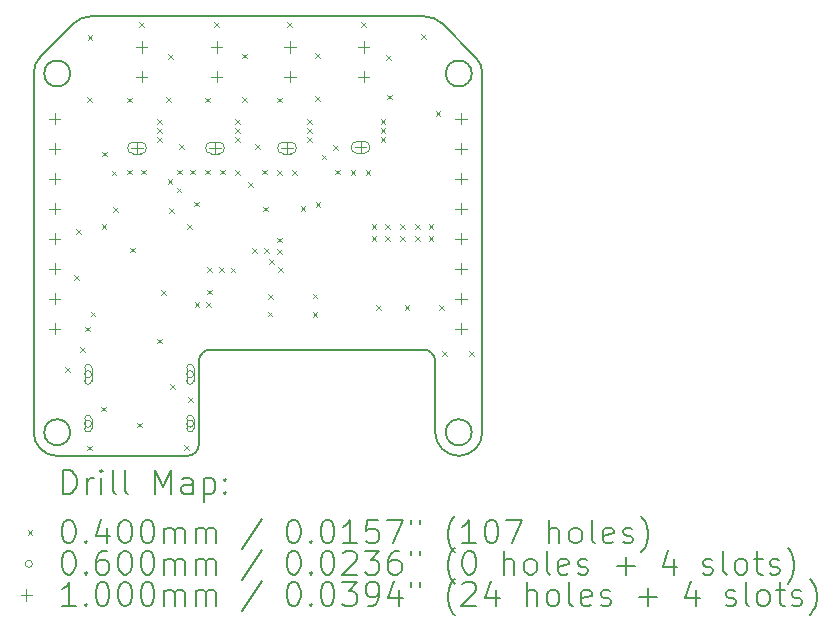
<source format=gbr>
%TF.GenerationSoftware,KiCad,Pcbnew,7.0.11*%
%TF.CreationDate,2025-01-20T01:41:05+09:00*%
%TF.ProjectId,MD,4d442e6b-6963-4616-945f-706362585858,rev?*%
%TF.SameCoordinates,Original*%
%TF.FileFunction,Drillmap*%
%TF.FilePolarity,Positive*%
%FSLAX45Y45*%
G04 Gerber Fmt 4.5, Leading zero omitted, Abs format (unit mm)*
G04 Created by KiCad (PCBNEW 7.0.11) date 2025-01-20 01:41:05*
%MOMM*%
%LPD*%
G01*
G04 APERTURE LIST*
%ADD10C,0.200000*%
%ADD11C,0.100000*%
G04 APERTURE END LIST*
D10*
X14835000Y-9195260D02*
G75*
G03*
X14735000Y-9295258I0J-100000D01*
G01*
X16652157Y-6375157D02*
X13817843Y-6375157D01*
X17045000Y-9895258D02*
G75*
G03*
X16825000Y-9895258I-110000J0D01*
G01*
X16825000Y-9895258D02*
G75*
G03*
X17045000Y-9895258I110000J0D01*
G01*
X13535000Y-10095258D02*
X14635000Y-10095258D01*
X14835000Y-9195258D02*
X16635000Y-9195258D01*
X17135000Y-6858000D02*
G75*
G03*
X17076421Y-6716579I-200000J0D01*
G01*
X14635000Y-10095260D02*
G75*
G03*
X14735000Y-9995258I0J100000D01*
G01*
X17135000Y-9895258D02*
X17135000Y-6858000D01*
X17076421Y-6716579D02*
X16793579Y-6433736D01*
X16735000Y-9295258D02*
X16735000Y-9895176D01*
X16735002Y-9295258D02*
G75*
G03*
X16635000Y-9195258I-100002J-2D01*
G01*
X13335002Y-9895258D02*
G75*
G03*
X13535000Y-10095258I199998J-2D01*
G01*
X13645000Y-6858000D02*
G75*
G03*
X13425000Y-6858000I-110000J0D01*
G01*
X13425000Y-6858000D02*
G75*
G03*
X13645000Y-6858000I110000J0D01*
G01*
X13335000Y-6858000D02*
X13335000Y-9895258D01*
X16935000Y-10095260D02*
G75*
G03*
X17135000Y-9895258I0J200000D01*
G01*
X17045000Y-6858000D02*
G75*
G03*
X16825000Y-6858000I-110000J0D01*
G01*
X16825000Y-6858000D02*
G75*
G03*
X17045000Y-6858000I110000J0D01*
G01*
X13645000Y-9895258D02*
G75*
G03*
X13425000Y-9895258I-110000J0D01*
G01*
X13425000Y-9895258D02*
G75*
G03*
X13645000Y-9895258I110000J0D01*
G01*
X14735000Y-9995258D02*
X14735000Y-9295258D01*
X16735002Y-9895176D02*
G75*
G03*
X16935000Y-10095258I199998J-84D01*
G01*
X13817843Y-6375160D02*
G75*
G03*
X13676421Y-6433736I-3J-200000D01*
G01*
X13393579Y-6716579D02*
G75*
G03*
X13335000Y-6858000I141421J-141421D01*
G01*
X13676421Y-6433736D02*
X13393579Y-6716579D01*
X16793581Y-6433734D02*
G75*
G03*
X16652157Y-6375157I-141421J-141426D01*
G01*
D11*
X13604560Y-9342440D02*
X13644560Y-9382440D01*
X13644560Y-9342440D02*
X13604560Y-9382440D01*
X13680760Y-8565200D02*
X13720760Y-8605200D01*
X13720760Y-8565200D02*
X13680760Y-8605200D01*
X13696000Y-8174040D02*
X13736000Y-8214040D01*
X13736000Y-8174040D02*
X13696000Y-8214040D01*
X13731560Y-9174800D02*
X13771560Y-9214800D01*
X13771560Y-9174800D02*
X13731560Y-9214800D01*
X13772200Y-9002080D02*
X13812200Y-9042080D01*
X13812200Y-9002080D02*
X13772200Y-9042080D01*
X13787440Y-7056440D02*
X13827440Y-7096440D01*
X13827440Y-7056440D02*
X13787440Y-7096440D01*
X13787440Y-10007920D02*
X13827440Y-10047920D01*
X13827440Y-10007920D02*
X13787440Y-10047920D01*
X13792520Y-6533200D02*
X13832520Y-6573200D01*
X13832520Y-6533200D02*
X13792520Y-6573200D01*
X13817920Y-8875080D02*
X13857920Y-8915080D01*
X13857920Y-8875080D02*
X13817920Y-8915080D01*
X13904280Y-9677720D02*
X13944280Y-9717720D01*
X13944280Y-9677720D02*
X13904280Y-9717720D01*
X13911900Y-8133400D02*
X13951900Y-8173400D01*
X13951900Y-8133400D02*
X13911900Y-8173400D01*
X13914440Y-7518720D02*
X13954440Y-7558720D01*
X13954440Y-7518720D02*
X13914440Y-7558720D01*
X13995720Y-7681280D02*
X14035720Y-7721280D01*
X14035720Y-7681280D02*
X13995720Y-7721280D01*
X14009925Y-7987500D02*
X14049925Y-8027500D01*
X14049925Y-7987500D02*
X14009925Y-8027500D01*
X14127800Y-7061520D02*
X14167800Y-7101520D01*
X14167800Y-7061520D02*
X14127800Y-7101520D01*
X14127800Y-7672650D02*
X14167800Y-7712650D01*
X14167800Y-7672650D02*
X14127800Y-7712650D01*
X14153200Y-8331520D02*
X14193200Y-8371520D01*
X14193200Y-8331520D02*
X14153200Y-8371520D01*
X14209080Y-9814880D02*
X14249080Y-9854880D01*
X14249080Y-9814880D02*
X14209080Y-9854880D01*
X14229400Y-6421440D02*
X14269400Y-6461440D01*
X14269400Y-6421440D02*
X14229400Y-6461440D01*
X14244640Y-7672650D02*
X14284640Y-7712650D01*
X14284640Y-7672650D02*
X14244640Y-7712650D01*
X14381800Y-7244400D02*
X14421800Y-7284400D01*
X14421800Y-7244400D02*
X14381800Y-7284400D01*
X14381800Y-7320600D02*
X14421800Y-7360600D01*
X14421800Y-7320600D02*
X14381800Y-7360600D01*
X14381800Y-7396800D02*
X14421800Y-7436800D01*
X14421800Y-7396800D02*
X14381800Y-7436800D01*
X14381800Y-9103680D02*
X14421800Y-9143680D01*
X14421800Y-9103680D02*
X14381800Y-9143680D01*
X14412280Y-8692200D02*
X14452280Y-8732200D01*
X14452280Y-8692200D02*
X14412280Y-8732200D01*
X14458000Y-7056440D02*
X14498000Y-7096440D01*
X14498000Y-7056440D02*
X14458000Y-7096440D01*
X14470700Y-7752400D02*
X14510700Y-7792400D01*
X14510700Y-7752400D02*
X14470700Y-7792400D01*
X14473240Y-6695760D02*
X14513240Y-6735760D01*
X14513240Y-6695760D02*
X14473240Y-6735760D01*
X14481921Y-8000236D02*
X14521921Y-8040236D01*
X14521921Y-8000236D02*
X14481921Y-8040236D01*
X14493560Y-9489760D02*
X14533560Y-9529760D01*
X14533560Y-9489760D02*
X14493560Y-9529760D01*
X14546900Y-7825500D02*
X14586900Y-7865500D01*
X14586900Y-7825500D02*
X14546900Y-7865500D01*
X14548438Y-7673060D02*
X14588438Y-7713060D01*
X14588438Y-7673060D02*
X14548438Y-7713060D01*
X14569760Y-7457760D02*
X14609760Y-7497760D01*
X14609760Y-7457760D02*
X14569760Y-7497760D01*
X14610400Y-10002840D02*
X14650400Y-10042840D01*
X14650400Y-10002840D02*
X14610400Y-10042840D01*
X14635800Y-8133400D02*
X14675800Y-8173400D01*
X14675800Y-8133400D02*
X14635800Y-8173400D01*
X14640880Y-9596440D02*
X14680880Y-9636440D01*
X14680880Y-9596440D02*
X14640880Y-9636440D01*
X14661200Y-7671120D02*
X14701200Y-7711120D01*
X14701200Y-7671120D02*
X14661200Y-7711120D01*
X14691680Y-7943900D02*
X14731680Y-7983900D01*
X14731680Y-7943900D02*
X14691680Y-7983900D01*
X14699174Y-8796300D02*
X14739174Y-8836300D01*
X14739174Y-8796300D02*
X14699174Y-8836300D01*
X14788200Y-7061520D02*
X14828200Y-7101520D01*
X14828200Y-7061520D02*
X14788200Y-7101520D01*
X14788200Y-7672650D02*
X14828200Y-7712650D01*
X14828200Y-7672650D02*
X14788200Y-7712650D01*
X14799174Y-8796300D02*
X14839174Y-8836300D01*
X14839174Y-8796300D02*
X14799174Y-8836300D01*
X14802476Y-8687900D02*
X14842476Y-8727900D01*
X14842476Y-8687900D02*
X14802476Y-8727900D01*
X14803615Y-8498800D02*
X14843615Y-8538800D01*
X14843615Y-8498800D02*
X14803615Y-8538800D01*
X14864400Y-6421440D02*
X14904400Y-6461440D01*
X14904400Y-6421440D02*
X14864400Y-6461440D01*
X14903616Y-8498800D02*
X14943616Y-8538800D01*
X14943616Y-8498800D02*
X14903616Y-8538800D01*
X14915200Y-7672650D02*
X14955200Y-7712650D01*
X14955200Y-7672650D02*
X14915200Y-7712650D01*
X15004100Y-8501700D02*
X15044100Y-8541700D01*
X15044100Y-8501700D02*
X15004100Y-8541700D01*
X15042200Y-7244400D02*
X15082200Y-7284400D01*
X15082200Y-7244400D02*
X15042200Y-7284400D01*
X15042200Y-7320600D02*
X15082200Y-7360600D01*
X15082200Y-7320600D02*
X15042200Y-7360600D01*
X15042200Y-7396800D02*
X15082200Y-7436800D01*
X15082200Y-7396800D02*
X15042200Y-7436800D01*
X15042200Y-7676200D02*
X15082200Y-7716200D01*
X15082200Y-7676200D02*
X15042200Y-7716200D01*
X15098080Y-6690680D02*
X15138080Y-6730680D01*
X15138080Y-6690680D02*
X15098080Y-6730680D01*
X15098080Y-7056440D02*
X15138080Y-7096440D01*
X15138080Y-7056440D02*
X15098080Y-7096440D01*
X15153960Y-7777800D02*
X15193960Y-7817800D01*
X15193960Y-7777800D02*
X15153960Y-7817800D01*
X15188722Y-8338800D02*
X15228722Y-8378800D01*
X15228722Y-8338800D02*
X15188722Y-8378800D01*
X15209840Y-7457760D02*
X15249840Y-7497760D01*
X15249840Y-7457760D02*
X15209840Y-7497760D01*
X15270800Y-7671120D02*
X15310800Y-7711120D01*
X15310800Y-7671120D02*
X15270800Y-7711120D01*
X15280960Y-7986080D02*
X15320960Y-8026080D01*
X15320960Y-7986080D02*
X15280960Y-8026080D01*
X15288722Y-8338800D02*
X15328722Y-8378800D01*
X15328722Y-8338800D02*
X15288722Y-8378800D01*
X15316520Y-8875080D02*
X15356520Y-8915080D01*
X15356520Y-8875080D02*
X15316520Y-8915080D01*
X15321600Y-8727760D02*
X15361600Y-8767760D01*
X15361600Y-8727760D02*
X15321600Y-8767760D01*
X15332556Y-8428681D02*
X15372556Y-8468681D01*
X15372556Y-8428681D02*
X15332556Y-8468681D01*
X15397800Y-7061520D02*
X15437800Y-7101520D01*
X15437800Y-7061520D02*
X15397800Y-7101520D01*
X15397800Y-7676200D02*
X15437800Y-7716200D01*
X15437800Y-7676200D02*
X15397800Y-7716200D01*
X15397800Y-8247700D02*
X15437800Y-8287700D01*
X15437800Y-8247700D02*
X15397800Y-8287700D01*
X15397800Y-8347700D02*
X15437800Y-8387700D01*
X15437800Y-8347700D02*
X15397800Y-8387700D01*
X15407361Y-8494900D02*
X15447361Y-8534900D01*
X15447361Y-8494900D02*
X15407361Y-8534900D01*
X15484160Y-6421440D02*
X15524160Y-6461440D01*
X15524160Y-6421440D02*
X15484160Y-6461440D01*
X15524800Y-7676200D02*
X15564800Y-7716200D01*
X15564800Y-7676200D02*
X15524800Y-7716200D01*
X15595920Y-7981000D02*
X15635920Y-8021000D01*
X15635920Y-7981000D02*
X15595920Y-8021000D01*
X15651800Y-7244400D02*
X15691800Y-7284400D01*
X15691800Y-7244400D02*
X15651800Y-7284400D01*
X15651800Y-7320600D02*
X15691800Y-7360600D01*
X15691800Y-7320600D02*
X15651800Y-7360600D01*
X15651800Y-7396800D02*
X15691800Y-7436800D01*
X15691800Y-7396800D02*
X15651800Y-7436800D01*
X15697520Y-8722680D02*
X15737520Y-8762680D01*
X15737520Y-8722680D02*
X15697520Y-8762680D01*
X15697520Y-8880160D02*
X15737520Y-8920160D01*
X15737520Y-8880160D02*
X15697520Y-8920160D01*
X15717840Y-6685600D02*
X15757840Y-6725600D01*
X15757840Y-6685600D02*
X15717840Y-6725600D01*
X15717840Y-7051360D02*
X15757840Y-7091360D01*
X15757840Y-7051360D02*
X15717840Y-7091360D01*
X15722952Y-7949400D02*
X15762952Y-7989400D01*
X15762952Y-7949400D02*
X15722952Y-7989400D01*
X15773720Y-7544120D02*
X15813720Y-7584120D01*
X15813720Y-7544120D02*
X15773720Y-7584120D01*
X15870240Y-7462840D02*
X15910240Y-7502840D01*
X15910240Y-7462840D02*
X15870240Y-7502840D01*
X15890560Y-7671120D02*
X15930560Y-7711120D01*
X15930560Y-7671120D02*
X15890560Y-7711120D01*
X16020100Y-7676200D02*
X16060100Y-7716200D01*
X16060100Y-7676200D02*
X16020100Y-7716200D01*
X16109000Y-6421440D02*
X16149000Y-6461440D01*
X16149000Y-6421440D02*
X16109000Y-6461440D01*
X16147100Y-7676200D02*
X16187100Y-7716200D01*
X16187100Y-7676200D02*
X16147100Y-7716200D01*
X16197900Y-8133400D02*
X16237900Y-8173400D01*
X16237900Y-8133400D02*
X16197900Y-8173400D01*
X16197900Y-8235000D02*
X16237900Y-8275000D01*
X16237900Y-8235000D02*
X16197900Y-8275000D01*
X16236000Y-8819200D02*
X16276000Y-8859200D01*
X16276000Y-8819200D02*
X16236000Y-8859200D01*
X16274100Y-7244400D02*
X16314100Y-7284400D01*
X16314100Y-7244400D02*
X16274100Y-7284400D01*
X16274100Y-7320600D02*
X16314100Y-7360600D01*
X16314100Y-7320600D02*
X16274100Y-7360600D01*
X16274100Y-7396800D02*
X16314100Y-7436800D01*
X16314100Y-7396800D02*
X16274100Y-7436800D01*
X16312200Y-8133400D02*
X16352200Y-8173400D01*
X16352200Y-8133400D02*
X16312200Y-8173400D01*
X16312200Y-8235000D02*
X16352200Y-8275000D01*
X16352200Y-8235000D02*
X16312200Y-8275000D01*
X16317280Y-6700840D02*
X16357280Y-6740840D01*
X16357280Y-6700840D02*
X16317280Y-6740840D01*
X16327440Y-7036120D02*
X16367440Y-7076120D01*
X16367440Y-7036120D02*
X16327440Y-7076120D01*
X16439200Y-8133400D02*
X16479200Y-8173400D01*
X16479200Y-8133400D02*
X16439200Y-8173400D01*
X16439200Y-8235000D02*
X16479200Y-8275000D01*
X16479200Y-8235000D02*
X16439200Y-8275000D01*
X16477300Y-8819200D02*
X16517300Y-8859200D01*
X16517300Y-8819200D02*
X16477300Y-8859200D01*
X16566200Y-8133400D02*
X16606200Y-8173400D01*
X16606200Y-8133400D02*
X16566200Y-8173400D01*
X16566200Y-8235000D02*
X16606200Y-8275000D01*
X16606200Y-8235000D02*
X16566200Y-8275000D01*
X16617000Y-6523040D02*
X16657000Y-6563040D01*
X16657000Y-6523040D02*
X16617000Y-6563040D01*
X16680500Y-8133400D02*
X16720500Y-8173400D01*
X16720500Y-8133400D02*
X16680500Y-8173400D01*
X16680500Y-8235000D02*
X16720500Y-8275000D01*
X16720500Y-8235000D02*
X16680500Y-8275000D01*
X16738920Y-7178360D02*
X16778920Y-7218360D01*
X16778920Y-7178360D02*
X16738920Y-7218360D01*
X16769400Y-8819200D02*
X16809400Y-8859200D01*
X16809400Y-8819200D02*
X16769400Y-8859200D01*
X16794800Y-9210360D02*
X16834800Y-9250360D01*
X16834800Y-9210360D02*
X16794800Y-9250360D01*
X17023400Y-9210360D02*
X17063400Y-9250360D01*
X17063400Y-9210360D02*
X17023400Y-9250360D01*
X13826600Y-9404700D02*
G75*
G03*
X13766600Y-9404700I-30000J0D01*
G01*
X13766600Y-9404700D02*
G75*
G03*
X13826600Y-9404700I30000J0D01*
G01*
X13766600Y-9349700D02*
X13766600Y-9459700D01*
X13766600Y-9459700D02*
G75*
G03*
X13826600Y-9459700I30000J0D01*
G01*
X13826600Y-9459700D02*
X13826600Y-9349700D01*
X13826600Y-9349700D02*
G75*
G03*
X13766600Y-9349700I-30000J0D01*
G01*
X13826600Y-9822700D02*
G75*
G03*
X13766600Y-9822700I-30000J0D01*
G01*
X13766600Y-9822700D02*
G75*
G03*
X13826600Y-9822700I30000J0D01*
G01*
X13766600Y-9782700D02*
X13766600Y-9862700D01*
X13766600Y-9862700D02*
G75*
G03*
X13826600Y-9862700I30000J0D01*
G01*
X13826600Y-9862700D02*
X13826600Y-9782700D01*
X13826600Y-9782700D02*
G75*
G03*
X13766600Y-9782700I-30000J0D01*
G01*
X14690600Y-9404700D02*
G75*
G03*
X14630600Y-9404700I-30000J0D01*
G01*
X14630600Y-9404700D02*
G75*
G03*
X14690600Y-9404700I30000J0D01*
G01*
X14630600Y-9349700D02*
X14630600Y-9459700D01*
X14630600Y-9459700D02*
G75*
G03*
X14690600Y-9459700I30000J0D01*
G01*
X14690600Y-9459700D02*
X14690600Y-9349700D01*
X14690600Y-9349700D02*
G75*
G03*
X14630600Y-9349700I-30000J0D01*
G01*
X14690600Y-9822700D02*
G75*
G03*
X14630600Y-9822700I-30000J0D01*
G01*
X14630600Y-9822700D02*
G75*
G03*
X14690600Y-9822700I30000J0D01*
G01*
X14630600Y-9782700D02*
X14630600Y-9862700D01*
X14630600Y-9862700D02*
G75*
G03*
X14690600Y-9862700I30000J0D01*
G01*
X14690600Y-9862700D02*
X14690600Y-9782700D01*
X14690600Y-9782700D02*
G75*
G03*
X14630600Y-9782700I-30000J0D01*
G01*
X13512800Y-7189000D02*
X13512800Y-7289000D01*
X13462800Y-7239000D02*
X13562800Y-7239000D01*
X13512800Y-7443000D02*
X13512800Y-7543000D01*
X13462800Y-7493000D02*
X13562800Y-7493000D01*
X13512800Y-7697000D02*
X13512800Y-7797000D01*
X13462800Y-7747000D02*
X13562800Y-7747000D01*
X13512800Y-7951000D02*
X13512800Y-8051000D01*
X13462800Y-8001000D02*
X13562800Y-8001000D01*
X13512800Y-8205000D02*
X13512800Y-8305000D01*
X13462800Y-8255000D02*
X13562800Y-8255000D01*
X13512800Y-8459000D02*
X13512800Y-8559000D01*
X13462800Y-8509000D02*
X13562800Y-8509000D01*
X13512800Y-8713000D02*
X13512800Y-8813000D01*
X13462800Y-8763000D02*
X13562800Y-8763000D01*
X13512800Y-8967000D02*
X13512800Y-9067000D01*
X13462800Y-9017000D02*
X13562800Y-9017000D01*
X14211300Y-7437920D02*
X14211300Y-7537920D01*
X14161300Y-7487920D02*
X14261300Y-7487920D01*
X14181300Y-7537920D02*
X14241300Y-7537920D01*
X14241300Y-7537920D02*
G75*
G03*
X14241300Y-7437920I0J50000D01*
G01*
X14241300Y-7437920D02*
X14181300Y-7437920D01*
X14181300Y-7437920D02*
G75*
G03*
X14181300Y-7537920I0J-50000D01*
G01*
X14249400Y-6583400D02*
X14249400Y-6683400D01*
X14199400Y-6633400D02*
X14299400Y-6633400D01*
X14249400Y-6833400D02*
X14249400Y-6933400D01*
X14199400Y-6883400D02*
X14299400Y-6883400D01*
X14871700Y-7437920D02*
X14871700Y-7537920D01*
X14821700Y-7487920D02*
X14921700Y-7487920D01*
X14841700Y-7537920D02*
X14901700Y-7537920D01*
X14901700Y-7537920D02*
G75*
G03*
X14901700Y-7437920I0J50000D01*
G01*
X14901700Y-7437920D02*
X14841700Y-7437920D01*
X14841700Y-7437920D02*
G75*
G03*
X14841700Y-7537920I0J-50000D01*
G01*
X14884400Y-6583400D02*
X14884400Y-6683400D01*
X14834400Y-6633400D02*
X14934400Y-6633400D01*
X14884400Y-6833400D02*
X14884400Y-6933400D01*
X14834400Y-6883400D02*
X14934400Y-6883400D01*
X15481300Y-7437920D02*
X15481300Y-7537920D01*
X15431300Y-7487920D02*
X15531300Y-7487920D01*
X15451300Y-7537920D02*
X15511300Y-7537920D01*
X15511300Y-7537920D02*
G75*
G03*
X15511300Y-7437920I0J50000D01*
G01*
X15511300Y-7437920D02*
X15451300Y-7437920D01*
X15451300Y-7437920D02*
G75*
G03*
X15451300Y-7537920I0J-50000D01*
G01*
X15506700Y-6583400D02*
X15506700Y-6683400D01*
X15456700Y-6633400D02*
X15556700Y-6633400D01*
X15506700Y-6833400D02*
X15506700Y-6933400D01*
X15456700Y-6883400D02*
X15556700Y-6883400D01*
X16103600Y-7432840D02*
X16103600Y-7532840D01*
X16053600Y-7482840D02*
X16153600Y-7482840D01*
X16073600Y-7532840D02*
X16133600Y-7532840D01*
X16133600Y-7532840D02*
G75*
G03*
X16133600Y-7432840I0J50000D01*
G01*
X16133600Y-7432840D02*
X16073600Y-7432840D01*
X16073600Y-7432840D02*
G75*
G03*
X16073600Y-7532840I0J-50000D01*
G01*
X16129000Y-6583400D02*
X16129000Y-6683400D01*
X16079000Y-6633400D02*
X16179000Y-6633400D01*
X16129000Y-6833400D02*
X16129000Y-6933400D01*
X16079000Y-6883400D02*
X16179000Y-6883400D01*
X16957000Y-7189000D02*
X16957000Y-7289000D01*
X16907000Y-7239000D02*
X17007000Y-7239000D01*
X16957000Y-7443000D02*
X16957000Y-7543000D01*
X16907000Y-7493000D02*
X17007000Y-7493000D01*
X16957000Y-7697000D02*
X16957000Y-7797000D01*
X16907000Y-7747000D02*
X17007000Y-7747000D01*
X16957000Y-7951000D02*
X16957000Y-8051000D01*
X16907000Y-8001000D02*
X17007000Y-8001000D01*
X16957000Y-8205000D02*
X16957000Y-8305000D01*
X16907000Y-8255000D02*
X17007000Y-8255000D01*
X16957000Y-8459000D02*
X16957000Y-8559000D01*
X16907000Y-8509000D02*
X17007000Y-8509000D01*
X16957000Y-8713000D02*
X16957000Y-8813000D01*
X16907000Y-8763000D02*
X17007000Y-8763000D01*
X16957000Y-8967000D02*
X16957000Y-9067000D01*
X16907000Y-9017000D02*
X17007000Y-9017000D01*
D10*
X13585777Y-10416742D02*
X13585777Y-10216742D01*
X13585777Y-10216742D02*
X13633396Y-10216742D01*
X13633396Y-10216742D02*
X13661967Y-10226266D01*
X13661967Y-10226266D02*
X13681015Y-10245314D01*
X13681015Y-10245314D02*
X13690539Y-10264361D01*
X13690539Y-10264361D02*
X13700062Y-10302456D01*
X13700062Y-10302456D02*
X13700062Y-10331028D01*
X13700062Y-10331028D02*
X13690539Y-10369123D01*
X13690539Y-10369123D02*
X13681015Y-10388171D01*
X13681015Y-10388171D02*
X13661967Y-10407218D01*
X13661967Y-10407218D02*
X13633396Y-10416742D01*
X13633396Y-10416742D02*
X13585777Y-10416742D01*
X13785777Y-10416742D02*
X13785777Y-10283409D01*
X13785777Y-10321504D02*
X13795301Y-10302456D01*
X13795301Y-10302456D02*
X13804824Y-10292933D01*
X13804824Y-10292933D02*
X13823872Y-10283409D01*
X13823872Y-10283409D02*
X13842920Y-10283409D01*
X13909586Y-10416742D02*
X13909586Y-10283409D01*
X13909586Y-10216742D02*
X13900062Y-10226266D01*
X13900062Y-10226266D02*
X13909586Y-10235790D01*
X13909586Y-10235790D02*
X13919110Y-10226266D01*
X13919110Y-10226266D02*
X13909586Y-10216742D01*
X13909586Y-10216742D02*
X13909586Y-10235790D01*
X14033396Y-10416742D02*
X14014348Y-10407218D01*
X14014348Y-10407218D02*
X14004824Y-10388171D01*
X14004824Y-10388171D02*
X14004824Y-10216742D01*
X14138158Y-10416742D02*
X14119110Y-10407218D01*
X14119110Y-10407218D02*
X14109586Y-10388171D01*
X14109586Y-10388171D02*
X14109586Y-10216742D01*
X14366729Y-10416742D02*
X14366729Y-10216742D01*
X14366729Y-10216742D02*
X14433396Y-10359599D01*
X14433396Y-10359599D02*
X14500062Y-10216742D01*
X14500062Y-10216742D02*
X14500062Y-10416742D01*
X14681015Y-10416742D02*
X14681015Y-10311980D01*
X14681015Y-10311980D02*
X14671491Y-10292933D01*
X14671491Y-10292933D02*
X14652443Y-10283409D01*
X14652443Y-10283409D02*
X14614348Y-10283409D01*
X14614348Y-10283409D02*
X14595301Y-10292933D01*
X14681015Y-10407218D02*
X14661967Y-10416742D01*
X14661967Y-10416742D02*
X14614348Y-10416742D01*
X14614348Y-10416742D02*
X14595301Y-10407218D01*
X14595301Y-10407218D02*
X14585777Y-10388171D01*
X14585777Y-10388171D02*
X14585777Y-10369123D01*
X14585777Y-10369123D02*
X14595301Y-10350076D01*
X14595301Y-10350076D02*
X14614348Y-10340552D01*
X14614348Y-10340552D02*
X14661967Y-10340552D01*
X14661967Y-10340552D02*
X14681015Y-10331028D01*
X14776253Y-10283409D02*
X14776253Y-10483409D01*
X14776253Y-10292933D02*
X14795301Y-10283409D01*
X14795301Y-10283409D02*
X14833396Y-10283409D01*
X14833396Y-10283409D02*
X14852443Y-10292933D01*
X14852443Y-10292933D02*
X14861967Y-10302456D01*
X14861967Y-10302456D02*
X14871491Y-10321504D01*
X14871491Y-10321504D02*
X14871491Y-10378647D01*
X14871491Y-10378647D02*
X14861967Y-10397695D01*
X14861967Y-10397695D02*
X14852443Y-10407218D01*
X14852443Y-10407218D02*
X14833396Y-10416742D01*
X14833396Y-10416742D02*
X14795301Y-10416742D01*
X14795301Y-10416742D02*
X14776253Y-10407218D01*
X14957205Y-10397695D02*
X14966729Y-10407218D01*
X14966729Y-10407218D02*
X14957205Y-10416742D01*
X14957205Y-10416742D02*
X14947682Y-10407218D01*
X14947682Y-10407218D02*
X14957205Y-10397695D01*
X14957205Y-10397695D02*
X14957205Y-10416742D01*
X14957205Y-10292933D02*
X14966729Y-10302456D01*
X14966729Y-10302456D02*
X14957205Y-10311980D01*
X14957205Y-10311980D02*
X14947682Y-10302456D01*
X14947682Y-10302456D02*
X14957205Y-10292933D01*
X14957205Y-10292933D02*
X14957205Y-10311980D01*
D11*
X13285000Y-10725258D02*
X13325000Y-10765258D01*
X13325000Y-10725258D02*
X13285000Y-10765258D01*
D10*
X13623872Y-10636742D02*
X13642920Y-10636742D01*
X13642920Y-10636742D02*
X13661967Y-10646266D01*
X13661967Y-10646266D02*
X13671491Y-10655790D01*
X13671491Y-10655790D02*
X13681015Y-10674837D01*
X13681015Y-10674837D02*
X13690539Y-10712933D01*
X13690539Y-10712933D02*
X13690539Y-10760552D01*
X13690539Y-10760552D02*
X13681015Y-10798647D01*
X13681015Y-10798647D02*
X13671491Y-10817695D01*
X13671491Y-10817695D02*
X13661967Y-10827218D01*
X13661967Y-10827218D02*
X13642920Y-10836742D01*
X13642920Y-10836742D02*
X13623872Y-10836742D01*
X13623872Y-10836742D02*
X13604824Y-10827218D01*
X13604824Y-10827218D02*
X13595301Y-10817695D01*
X13595301Y-10817695D02*
X13585777Y-10798647D01*
X13585777Y-10798647D02*
X13576253Y-10760552D01*
X13576253Y-10760552D02*
X13576253Y-10712933D01*
X13576253Y-10712933D02*
X13585777Y-10674837D01*
X13585777Y-10674837D02*
X13595301Y-10655790D01*
X13595301Y-10655790D02*
X13604824Y-10646266D01*
X13604824Y-10646266D02*
X13623872Y-10636742D01*
X13776253Y-10817695D02*
X13785777Y-10827218D01*
X13785777Y-10827218D02*
X13776253Y-10836742D01*
X13776253Y-10836742D02*
X13766729Y-10827218D01*
X13766729Y-10827218D02*
X13776253Y-10817695D01*
X13776253Y-10817695D02*
X13776253Y-10836742D01*
X13957205Y-10703409D02*
X13957205Y-10836742D01*
X13909586Y-10627218D02*
X13861967Y-10770076D01*
X13861967Y-10770076D02*
X13985777Y-10770076D01*
X14100062Y-10636742D02*
X14119110Y-10636742D01*
X14119110Y-10636742D02*
X14138158Y-10646266D01*
X14138158Y-10646266D02*
X14147682Y-10655790D01*
X14147682Y-10655790D02*
X14157205Y-10674837D01*
X14157205Y-10674837D02*
X14166729Y-10712933D01*
X14166729Y-10712933D02*
X14166729Y-10760552D01*
X14166729Y-10760552D02*
X14157205Y-10798647D01*
X14157205Y-10798647D02*
X14147682Y-10817695D01*
X14147682Y-10817695D02*
X14138158Y-10827218D01*
X14138158Y-10827218D02*
X14119110Y-10836742D01*
X14119110Y-10836742D02*
X14100062Y-10836742D01*
X14100062Y-10836742D02*
X14081015Y-10827218D01*
X14081015Y-10827218D02*
X14071491Y-10817695D01*
X14071491Y-10817695D02*
X14061967Y-10798647D01*
X14061967Y-10798647D02*
X14052443Y-10760552D01*
X14052443Y-10760552D02*
X14052443Y-10712933D01*
X14052443Y-10712933D02*
X14061967Y-10674837D01*
X14061967Y-10674837D02*
X14071491Y-10655790D01*
X14071491Y-10655790D02*
X14081015Y-10646266D01*
X14081015Y-10646266D02*
X14100062Y-10636742D01*
X14290539Y-10636742D02*
X14309586Y-10636742D01*
X14309586Y-10636742D02*
X14328634Y-10646266D01*
X14328634Y-10646266D02*
X14338158Y-10655790D01*
X14338158Y-10655790D02*
X14347682Y-10674837D01*
X14347682Y-10674837D02*
X14357205Y-10712933D01*
X14357205Y-10712933D02*
X14357205Y-10760552D01*
X14357205Y-10760552D02*
X14347682Y-10798647D01*
X14347682Y-10798647D02*
X14338158Y-10817695D01*
X14338158Y-10817695D02*
X14328634Y-10827218D01*
X14328634Y-10827218D02*
X14309586Y-10836742D01*
X14309586Y-10836742D02*
X14290539Y-10836742D01*
X14290539Y-10836742D02*
X14271491Y-10827218D01*
X14271491Y-10827218D02*
X14261967Y-10817695D01*
X14261967Y-10817695D02*
X14252443Y-10798647D01*
X14252443Y-10798647D02*
X14242920Y-10760552D01*
X14242920Y-10760552D02*
X14242920Y-10712933D01*
X14242920Y-10712933D02*
X14252443Y-10674837D01*
X14252443Y-10674837D02*
X14261967Y-10655790D01*
X14261967Y-10655790D02*
X14271491Y-10646266D01*
X14271491Y-10646266D02*
X14290539Y-10636742D01*
X14442920Y-10836742D02*
X14442920Y-10703409D01*
X14442920Y-10722456D02*
X14452443Y-10712933D01*
X14452443Y-10712933D02*
X14471491Y-10703409D01*
X14471491Y-10703409D02*
X14500063Y-10703409D01*
X14500063Y-10703409D02*
X14519110Y-10712933D01*
X14519110Y-10712933D02*
X14528634Y-10731980D01*
X14528634Y-10731980D02*
X14528634Y-10836742D01*
X14528634Y-10731980D02*
X14538158Y-10712933D01*
X14538158Y-10712933D02*
X14557205Y-10703409D01*
X14557205Y-10703409D02*
X14585777Y-10703409D01*
X14585777Y-10703409D02*
X14604824Y-10712933D01*
X14604824Y-10712933D02*
X14614348Y-10731980D01*
X14614348Y-10731980D02*
X14614348Y-10836742D01*
X14709586Y-10836742D02*
X14709586Y-10703409D01*
X14709586Y-10722456D02*
X14719110Y-10712933D01*
X14719110Y-10712933D02*
X14738158Y-10703409D01*
X14738158Y-10703409D02*
X14766729Y-10703409D01*
X14766729Y-10703409D02*
X14785777Y-10712933D01*
X14785777Y-10712933D02*
X14795301Y-10731980D01*
X14795301Y-10731980D02*
X14795301Y-10836742D01*
X14795301Y-10731980D02*
X14804824Y-10712933D01*
X14804824Y-10712933D02*
X14823872Y-10703409D01*
X14823872Y-10703409D02*
X14852443Y-10703409D01*
X14852443Y-10703409D02*
X14871491Y-10712933D01*
X14871491Y-10712933D02*
X14881015Y-10731980D01*
X14881015Y-10731980D02*
X14881015Y-10836742D01*
X15271491Y-10627218D02*
X15100063Y-10884361D01*
X15528634Y-10636742D02*
X15547682Y-10636742D01*
X15547682Y-10636742D02*
X15566729Y-10646266D01*
X15566729Y-10646266D02*
X15576253Y-10655790D01*
X15576253Y-10655790D02*
X15585777Y-10674837D01*
X15585777Y-10674837D02*
X15595301Y-10712933D01*
X15595301Y-10712933D02*
X15595301Y-10760552D01*
X15595301Y-10760552D02*
X15585777Y-10798647D01*
X15585777Y-10798647D02*
X15576253Y-10817695D01*
X15576253Y-10817695D02*
X15566729Y-10827218D01*
X15566729Y-10827218D02*
X15547682Y-10836742D01*
X15547682Y-10836742D02*
X15528634Y-10836742D01*
X15528634Y-10836742D02*
X15509586Y-10827218D01*
X15509586Y-10827218D02*
X15500063Y-10817695D01*
X15500063Y-10817695D02*
X15490539Y-10798647D01*
X15490539Y-10798647D02*
X15481015Y-10760552D01*
X15481015Y-10760552D02*
X15481015Y-10712933D01*
X15481015Y-10712933D02*
X15490539Y-10674837D01*
X15490539Y-10674837D02*
X15500063Y-10655790D01*
X15500063Y-10655790D02*
X15509586Y-10646266D01*
X15509586Y-10646266D02*
X15528634Y-10636742D01*
X15681015Y-10817695D02*
X15690539Y-10827218D01*
X15690539Y-10827218D02*
X15681015Y-10836742D01*
X15681015Y-10836742D02*
X15671491Y-10827218D01*
X15671491Y-10827218D02*
X15681015Y-10817695D01*
X15681015Y-10817695D02*
X15681015Y-10836742D01*
X15814348Y-10636742D02*
X15833396Y-10636742D01*
X15833396Y-10636742D02*
X15852444Y-10646266D01*
X15852444Y-10646266D02*
X15861967Y-10655790D01*
X15861967Y-10655790D02*
X15871491Y-10674837D01*
X15871491Y-10674837D02*
X15881015Y-10712933D01*
X15881015Y-10712933D02*
X15881015Y-10760552D01*
X15881015Y-10760552D02*
X15871491Y-10798647D01*
X15871491Y-10798647D02*
X15861967Y-10817695D01*
X15861967Y-10817695D02*
X15852444Y-10827218D01*
X15852444Y-10827218D02*
X15833396Y-10836742D01*
X15833396Y-10836742D02*
X15814348Y-10836742D01*
X15814348Y-10836742D02*
X15795301Y-10827218D01*
X15795301Y-10827218D02*
X15785777Y-10817695D01*
X15785777Y-10817695D02*
X15776253Y-10798647D01*
X15776253Y-10798647D02*
X15766729Y-10760552D01*
X15766729Y-10760552D02*
X15766729Y-10712933D01*
X15766729Y-10712933D02*
X15776253Y-10674837D01*
X15776253Y-10674837D02*
X15785777Y-10655790D01*
X15785777Y-10655790D02*
X15795301Y-10646266D01*
X15795301Y-10646266D02*
X15814348Y-10636742D01*
X16071491Y-10836742D02*
X15957206Y-10836742D01*
X16014348Y-10836742D02*
X16014348Y-10636742D01*
X16014348Y-10636742D02*
X15995301Y-10665314D01*
X15995301Y-10665314D02*
X15976253Y-10684361D01*
X15976253Y-10684361D02*
X15957206Y-10693885D01*
X16252444Y-10636742D02*
X16157206Y-10636742D01*
X16157206Y-10636742D02*
X16147682Y-10731980D01*
X16147682Y-10731980D02*
X16157206Y-10722456D01*
X16157206Y-10722456D02*
X16176253Y-10712933D01*
X16176253Y-10712933D02*
X16223872Y-10712933D01*
X16223872Y-10712933D02*
X16242920Y-10722456D01*
X16242920Y-10722456D02*
X16252444Y-10731980D01*
X16252444Y-10731980D02*
X16261967Y-10751028D01*
X16261967Y-10751028D02*
X16261967Y-10798647D01*
X16261967Y-10798647D02*
X16252444Y-10817695D01*
X16252444Y-10817695D02*
X16242920Y-10827218D01*
X16242920Y-10827218D02*
X16223872Y-10836742D01*
X16223872Y-10836742D02*
X16176253Y-10836742D01*
X16176253Y-10836742D02*
X16157206Y-10827218D01*
X16157206Y-10827218D02*
X16147682Y-10817695D01*
X16328634Y-10636742D02*
X16461967Y-10636742D01*
X16461967Y-10636742D02*
X16376253Y-10836742D01*
X16528634Y-10636742D02*
X16528634Y-10674837D01*
X16604825Y-10636742D02*
X16604825Y-10674837D01*
X16900063Y-10912933D02*
X16890539Y-10903409D01*
X16890539Y-10903409D02*
X16871491Y-10874837D01*
X16871491Y-10874837D02*
X16861968Y-10855790D01*
X16861968Y-10855790D02*
X16852444Y-10827218D01*
X16852444Y-10827218D02*
X16842920Y-10779599D01*
X16842920Y-10779599D02*
X16842920Y-10741504D01*
X16842920Y-10741504D02*
X16852444Y-10693885D01*
X16852444Y-10693885D02*
X16861968Y-10665314D01*
X16861968Y-10665314D02*
X16871491Y-10646266D01*
X16871491Y-10646266D02*
X16890539Y-10617695D01*
X16890539Y-10617695D02*
X16900063Y-10608171D01*
X17081015Y-10836742D02*
X16966730Y-10836742D01*
X17023872Y-10836742D02*
X17023872Y-10636742D01*
X17023872Y-10636742D02*
X17004825Y-10665314D01*
X17004825Y-10665314D02*
X16985777Y-10684361D01*
X16985777Y-10684361D02*
X16966730Y-10693885D01*
X17204825Y-10636742D02*
X17223872Y-10636742D01*
X17223872Y-10636742D02*
X17242920Y-10646266D01*
X17242920Y-10646266D02*
X17252444Y-10655790D01*
X17252444Y-10655790D02*
X17261968Y-10674837D01*
X17261968Y-10674837D02*
X17271491Y-10712933D01*
X17271491Y-10712933D02*
X17271491Y-10760552D01*
X17271491Y-10760552D02*
X17261968Y-10798647D01*
X17261968Y-10798647D02*
X17252444Y-10817695D01*
X17252444Y-10817695D02*
X17242920Y-10827218D01*
X17242920Y-10827218D02*
X17223872Y-10836742D01*
X17223872Y-10836742D02*
X17204825Y-10836742D01*
X17204825Y-10836742D02*
X17185777Y-10827218D01*
X17185777Y-10827218D02*
X17176253Y-10817695D01*
X17176253Y-10817695D02*
X17166730Y-10798647D01*
X17166730Y-10798647D02*
X17157206Y-10760552D01*
X17157206Y-10760552D02*
X17157206Y-10712933D01*
X17157206Y-10712933D02*
X17166730Y-10674837D01*
X17166730Y-10674837D02*
X17176253Y-10655790D01*
X17176253Y-10655790D02*
X17185777Y-10646266D01*
X17185777Y-10646266D02*
X17204825Y-10636742D01*
X17338158Y-10636742D02*
X17471491Y-10636742D01*
X17471491Y-10636742D02*
X17385777Y-10836742D01*
X17700063Y-10836742D02*
X17700063Y-10636742D01*
X17785777Y-10836742D02*
X17785777Y-10731980D01*
X17785777Y-10731980D02*
X17776253Y-10712933D01*
X17776253Y-10712933D02*
X17757206Y-10703409D01*
X17757206Y-10703409D02*
X17728634Y-10703409D01*
X17728634Y-10703409D02*
X17709587Y-10712933D01*
X17709587Y-10712933D02*
X17700063Y-10722456D01*
X17909587Y-10836742D02*
X17890539Y-10827218D01*
X17890539Y-10827218D02*
X17881015Y-10817695D01*
X17881015Y-10817695D02*
X17871492Y-10798647D01*
X17871492Y-10798647D02*
X17871492Y-10741504D01*
X17871492Y-10741504D02*
X17881015Y-10722456D01*
X17881015Y-10722456D02*
X17890539Y-10712933D01*
X17890539Y-10712933D02*
X17909587Y-10703409D01*
X17909587Y-10703409D02*
X17938158Y-10703409D01*
X17938158Y-10703409D02*
X17957206Y-10712933D01*
X17957206Y-10712933D02*
X17966730Y-10722456D01*
X17966730Y-10722456D02*
X17976253Y-10741504D01*
X17976253Y-10741504D02*
X17976253Y-10798647D01*
X17976253Y-10798647D02*
X17966730Y-10817695D01*
X17966730Y-10817695D02*
X17957206Y-10827218D01*
X17957206Y-10827218D02*
X17938158Y-10836742D01*
X17938158Y-10836742D02*
X17909587Y-10836742D01*
X18090539Y-10836742D02*
X18071492Y-10827218D01*
X18071492Y-10827218D02*
X18061968Y-10808171D01*
X18061968Y-10808171D02*
X18061968Y-10636742D01*
X18242920Y-10827218D02*
X18223873Y-10836742D01*
X18223873Y-10836742D02*
X18185777Y-10836742D01*
X18185777Y-10836742D02*
X18166730Y-10827218D01*
X18166730Y-10827218D02*
X18157206Y-10808171D01*
X18157206Y-10808171D02*
X18157206Y-10731980D01*
X18157206Y-10731980D02*
X18166730Y-10712933D01*
X18166730Y-10712933D02*
X18185777Y-10703409D01*
X18185777Y-10703409D02*
X18223873Y-10703409D01*
X18223873Y-10703409D02*
X18242920Y-10712933D01*
X18242920Y-10712933D02*
X18252444Y-10731980D01*
X18252444Y-10731980D02*
X18252444Y-10751028D01*
X18252444Y-10751028D02*
X18157206Y-10770076D01*
X18328634Y-10827218D02*
X18347682Y-10836742D01*
X18347682Y-10836742D02*
X18385777Y-10836742D01*
X18385777Y-10836742D02*
X18404825Y-10827218D01*
X18404825Y-10827218D02*
X18414349Y-10808171D01*
X18414349Y-10808171D02*
X18414349Y-10798647D01*
X18414349Y-10798647D02*
X18404825Y-10779599D01*
X18404825Y-10779599D02*
X18385777Y-10770076D01*
X18385777Y-10770076D02*
X18357206Y-10770076D01*
X18357206Y-10770076D02*
X18338158Y-10760552D01*
X18338158Y-10760552D02*
X18328634Y-10741504D01*
X18328634Y-10741504D02*
X18328634Y-10731980D01*
X18328634Y-10731980D02*
X18338158Y-10712933D01*
X18338158Y-10712933D02*
X18357206Y-10703409D01*
X18357206Y-10703409D02*
X18385777Y-10703409D01*
X18385777Y-10703409D02*
X18404825Y-10712933D01*
X18481015Y-10912933D02*
X18490539Y-10903409D01*
X18490539Y-10903409D02*
X18509587Y-10874837D01*
X18509587Y-10874837D02*
X18519111Y-10855790D01*
X18519111Y-10855790D02*
X18528634Y-10827218D01*
X18528634Y-10827218D02*
X18538158Y-10779599D01*
X18538158Y-10779599D02*
X18538158Y-10741504D01*
X18538158Y-10741504D02*
X18528634Y-10693885D01*
X18528634Y-10693885D02*
X18519111Y-10665314D01*
X18519111Y-10665314D02*
X18509587Y-10646266D01*
X18509587Y-10646266D02*
X18490539Y-10617695D01*
X18490539Y-10617695D02*
X18481015Y-10608171D01*
D11*
X13325000Y-11009258D02*
G75*
G03*
X13265000Y-11009258I-30000J0D01*
G01*
X13265000Y-11009258D02*
G75*
G03*
X13325000Y-11009258I30000J0D01*
G01*
D10*
X13623872Y-10900742D02*
X13642920Y-10900742D01*
X13642920Y-10900742D02*
X13661967Y-10910266D01*
X13661967Y-10910266D02*
X13671491Y-10919790D01*
X13671491Y-10919790D02*
X13681015Y-10938837D01*
X13681015Y-10938837D02*
X13690539Y-10976933D01*
X13690539Y-10976933D02*
X13690539Y-11024552D01*
X13690539Y-11024552D02*
X13681015Y-11062647D01*
X13681015Y-11062647D02*
X13671491Y-11081695D01*
X13671491Y-11081695D02*
X13661967Y-11091218D01*
X13661967Y-11091218D02*
X13642920Y-11100742D01*
X13642920Y-11100742D02*
X13623872Y-11100742D01*
X13623872Y-11100742D02*
X13604824Y-11091218D01*
X13604824Y-11091218D02*
X13595301Y-11081695D01*
X13595301Y-11081695D02*
X13585777Y-11062647D01*
X13585777Y-11062647D02*
X13576253Y-11024552D01*
X13576253Y-11024552D02*
X13576253Y-10976933D01*
X13576253Y-10976933D02*
X13585777Y-10938837D01*
X13585777Y-10938837D02*
X13595301Y-10919790D01*
X13595301Y-10919790D02*
X13604824Y-10910266D01*
X13604824Y-10910266D02*
X13623872Y-10900742D01*
X13776253Y-11081695D02*
X13785777Y-11091218D01*
X13785777Y-11091218D02*
X13776253Y-11100742D01*
X13776253Y-11100742D02*
X13766729Y-11091218D01*
X13766729Y-11091218D02*
X13776253Y-11081695D01*
X13776253Y-11081695D02*
X13776253Y-11100742D01*
X13957205Y-10900742D02*
X13919110Y-10900742D01*
X13919110Y-10900742D02*
X13900062Y-10910266D01*
X13900062Y-10910266D02*
X13890539Y-10919790D01*
X13890539Y-10919790D02*
X13871491Y-10948361D01*
X13871491Y-10948361D02*
X13861967Y-10986456D01*
X13861967Y-10986456D02*
X13861967Y-11062647D01*
X13861967Y-11062647D02*
X13871491Y-11081695D01*
X13871491Y-11081695D02*
X13881015Y-11091218D01*
X13881015Y-11091218D02*
X13900062Y-11100742D01*
X13900062Y-11100742D02*
X13938158Y-11100742D01*
X13938158Y-11100742D02*
X13957205Y-11091218D01*
X13957205Y-11091218D02*
X13966729Y-11081695D01*
X13966729Y-11081695D02*
X13976253Y-11062647D01*
X13976253Y-11062647D02*
X13976253Y-11015028D01*
X13976253Y-11015028D02*
X13966729Y-10995980D01*
X13966729Y-10995980D02*
X13957205Y-10986456D01*
X13957205Y-10986456D02*
X13938158Y-10976933D01*
X13938158Y-10976933D02*
X13900062Y-10976933D01*
X13900062Y-10976933D02*
X13881015Y-10986456D01*
X13881015Y-10986456D02*
X13871491Y-10995980D01*
X13871491Y-10995980D02*
X13861967Y-11015028D01*
X14100062Y-10900742D02*
X14119110Y-10900742D01*
X14119110Y-10900742D02*
X14138158Y-10910266D01*
X14138158Y-10910266D02*
X14147682Y-10919790D01*
X14147682Y-10919790D02*
X14157205Y-10938837D01*
X14157205Y-10938837D02*
X14166729Y-10976933D01*
X14166729Y-10976933D02*
X14166729Y-11024552D01*
X14166729Y-11024552D02*
X14157205Y-11062647D01*
X14157205Y-11062647D02*
X14147682Y-11081695D01*
X14147682Y-11081695D02*
X14138158Y-11091218D01*
X14138158Y-11091218D02*
X14119110Y-11100742D01*
X14119110Y-11100742D02*
X14100062Y-11100742D01*
X14100062Y-11100742D02*
X14081015Y-11091218D01*
X14081015Y-11091218D02*
X14071491Y-11081695D01*
X14071491Y-11081695D02*
X14061967Y-11062647D01*
X14061967Y-11062647D02*
X14052443Y-11024552D01*
X14052443Y-11024552D02*
X14052443Y-10976933D01*
X14052443Y-10976933D02*
X14061967Y-10938837D01*
X14061967Y-10938837D02*
X14071491Y-10919790D01*
X14071491Y-10919790D02*
X14081015Y-10910266D01*
X14081015Y-10910266D02*
X14100062Y-10900742D01*
X14290539Y-10900742D02*
X14309586Y-10900742D01*
X14309586Y-10900742D02*
X14328634Y-10910266D01*
X14328634Y-10910266D02*
X14338158Y-10919790D01*
X14338158Y-10919790D02*
X14347682Y-10938837D01*
X14347682Y-10938837D02*
X14357205Y-10976933D01*
X14357205Y-10976933D02*
X14357205Y-11024552D01*
X14357205Y-11024552D02*
X14347682Y-11062647D01*
X14347682Y-11062647D02*
X14338158Y-11081695D01*
X14338158Y-11081695D02*
X14328634Y-11091218D01*
X14328634Y-11091218D02*
X14309586Y-11100742D01*
X14309586Y-11100742D02*
X14290539Y-11100742D01*
X14290539Y-11100742D02*
X14271491Y-11091218D01*
X14271491Y-11091218D02*
X14261967Y-11081695D01*
X14261967Y-11081695D02*
X14252443Y-11062647D01*
X14252443Y-11062647D02*
X14242920Y-11024552D01*
X14242920Y-11024552D02*
X14242920Y-10976933D01*
X14242920Y-10976933D02*
X14252443Y-10938837D01*
X14252443Y-10938837D02*
X14261967Y-10919790D01*
X14261967Y-10919790D02*
X14271491Y-10910266D01*
X14271491Y-10910266D02*
X14290539Y-10900742D01*
X14442920Y-11100742D02*
X14442920Y-10967409D01*
X14442920Y-10986456D02*
X14452443Y-10976933D01*
X14452443Y-10976933D02*
X14471491Y-10967409D01*
X14471491Y-10967409D02*
X14500063Y-10967409D01*
X14500063Y-10967409D02*
X14519110Y-10976933D01*
X14519110Y-10976933D02*
X14528634Y-10995980D01*
X14528634Y-10995980D02*
X14528634Y-11100742D01*
X14528634Y-10995980D02*
X14538158Y-10976933D01*
X14538158Y-10976933D02*
X14557205Y-10967409D01*
X14557205Y-10967409D02*
X14585777Y-10967409D01*
X14585777Y-10967409D02*
X14604824Y-10976933D01*
X14604824Y-10976933D02*
X14614348Y-10995980D01*
X14614348Y-10995980D02*
X14614348Y-11100742D01*
X14709586Y-11100742D02*
X14709586Y-10967409D01*
X14709586Y-10986456D02*
X14719110Y-10976933D01*
X14719110Y-10976933D02*
X14738158Y-10967409D01*
X14738158Y-10967409D02*
X14766729Y-10967409D01*
X14766729Y-10967409D02*
X14785777Y-10976933D01*
X14785777Y-10976933D02*
X14795301Y-10995980D01*
X14795301Y-10995980D02*
X14795301Y-11100742D01*
X14795301Y-10995980D02*
X14804824Y-10976933D01*
X14804824Y-10976933D02*
X14823872Y-10967409D01*
X14823872Y-10967409D02*
X14852443Y-10967409D01*
X14852443Y-10967409D02*
X14871491Y-10976933D01*
X14871491Y-10976933D02*
X14881015Y-10995980D01*
X14881015Y-10995980D02*
X14881015Y-11100742D01*
X15271491Y-10891218D02*
X15100063Y-11148361D01*
X15528634Y-10900742D02*
X15547682Y-10900742D01*
X15547682Y-10900742D02*
X15566729Y-10910266D01*
X15566729Y-10910266D02*
X15576253Y-10919790D01*
X15576253Y-10919790D02*
X15585777Y-10938837D01*
X15585777Y-10938837D02*
X15595301Y-10976933D01*
X15595301Y-10976933D02*
X15595301Y-11024552D01*
X15595301Y-11024552D02*
X15585777Y-11062647D01*
X15585777Y-11062647D02*
X15576253Y-11081695D01*
X15576253Y-11081695D02*
X15566729Y-11091218D01*
X15566729Y-11091218D02*
X15547682Y-11100742D01*
X15547682Y-11100742D02*
X15528634Y-11100742D01*
X15528634Y-11100742D02*
X15509586Y-11091218D01*
X15509586Y-11091218D02*
X15500063Y-11081695D01*
X15500063Y-11081695D02*
X15490539Y-11062647D01*
X15490539Y-11062647D02*
X15481015Y-11024552D01*
X15481015Y-11024552D02*
X15481015Y-10976933D01*
X15481015Y-10976933D02*
X15490539Y-10938837D01*
X15490539Y-10938837D02*
X15500063Y-10919790D01*
X15500063Y-10919790D02*
X15509586Y-10910266D01*
X15509586Y-10910266D02*
X15528634Y-10900742D01*
X15681015Y-11081695D02*
X15690539Y-11091218D01*
X15690539Y-11091218D02*
X15681015Y-11100742D01*
X15681015Y-11100742D02*
X15671491Y-11091218D01*
X15671491Y-11091218D02*
X15681015Y-11081695D01*
X15681015Y-11081695D02*
X15681015Y-11100742D01*
X15814348Y-10900742D02*
X15833396Y-10900742D01*
X15833396Y-10900742D02*
X15852444Y-10910266D01*
X15852444Y-10910266D02*
X15861967Y-10919790D01*
X15861967Y-10919790D02*
X15871491Y-10938837D01*
X15871491Y-10938837D02*
X15881015Y-10976933D01*
X15881015Y-10976933D02*
X15881015Y-11024552D01*
X15881015Y-11024552D02*
X15871491Y-11062647D01*
X15871491Y-11062647D02*
X15861967Y-11081695D01*
X15861967Y-11081695D02*
X15852444Y-11091218D01*
X15852444Y-11091218D02*
X15833396Y-11100742D01*
X15833396Y-11100742D02*
X15814348Y-11100742D01*
X15814348Y-11100742D02*
X15795301Y-11091218D01*
X15795301Y-11091218D02*
X15785777Y-11081695D01*
X15785777Y-11081695D02*
X15776253Y-11062647D01*
X15776253Y-11062647D02*
X15766729Y-11024552D01*
X15766729Y-11024552D02*
X15766729Y-10976933D01*
X15766729Y-10976933D02*
X15776253Y-10938837D01*
X15776253Y-10938837D02*
X15785777Y-10919790D01*
X15785777Y-10919790D02*
X15795301Y-10910266D01*
X15795301Y-10910266D02*
X15814348Y-10900742D01*
X15957206Y-10919790D02*
X15966729Y-10910266D01*
X15966729Y-10910266D02*
X15985777Y-10900742D01*
X15985777Y-10900742D02*
X16033396Y-10900742D01*
X16033396Y-10900742D02*
X16052444Y-10910266D01*
X16052444Y-10910266D02*
X16061967Y-10919790D01*
X16061967Y-10919790D02*
X16071491Y-10938837D01*
X16071491Y-10938837D02*
X16071491Y-10957885D01*
X16071491Y-10957885D02*
X16061967Y-10986456D01*
X16061967Y-10986456D02*
X15947682Y-11100742D01*
X15947682Y-11100742D02*
X16071491Y-11100742D01*
X16138158Y-10900742D02*
X16261967Y-10900742D01*
X16261967Y-10900742D02*
X16195301Y-10976933D01*
X16195301Y-10976933D02*
X16223872Y-10976933D01*
X16223872Y-10976933D02*
X16242920Y-10986456D01*
X16242920Y-10986456D02*
X16252444Y-10995980D01*
X16252444Y-10995980D02*
X16261967Y-11015028D01*
X16261967Y-11015028D02*
X16261967Y-11062647D01*
X16261967Y-11062647D02*
X16252444Y-11081695D01*
X16252444Y-11081695D02*
X16242920Y-11091218D01*
X16242920Y-11091218D02*
X16223872Y-11100742D01*
X16223872Y-11100742D02*
X16166729Y-11100742D01*
X16166729Y-11100742D02*
X16147682Y-11091218D01*
X16147682Y-11091218D02*
X16138158Y-11081695D01*
X16433396Y-10900742D02*
X16395301Y-10900742D01*
X16395301Y-10900742D02*
X16376253Y-10910266D01*
X16376253Y-10910266D02*
X16366729Y-10919790D01*
X16366729Y-10919790D02*
X16347682Y-10948361D01*
X16347682Y-10948361D02*
X16338158Y-10986456D01*
X16338158Y-10986456D02*
X16338158Y-11062647D01*
X16338158Y-11062647D02*
X16347682Y-11081695D01*
X16347682Y-11081695D02*
X16357206Y-11091218D01*
X16357206Y-11091218D02*
X16376253Y-11100742D01*
X16376253Y-11100742D02*
X16414348Y-11100742D01*
X16414348Y-11100742D02*
X16433396Y-11091218D01*
X16433396Y-11091218D02*
X16442920Y-11081695D01*
X16442920Y-11081695D02*
X16452444Y-11062647D01*
X16452444Y-11062647D02*
X16452444Y-11015028D01*
X16452444Y-11015028D02*
X16442920Y-10995980D01*
X16442920Y-10995980D02*
X16433396Y-10986456D01*
X16433396Y-10986456D02*
X16414348Y-10976933D01*
X16414348Y-10976933D02*
X16376253Y-10976933D01*
X16376253Y-10976933D02*
X16357206Y-10986456D01*
X16357206Y-10986456D02*
X16347682Y-10995980D01*
X16347682Y-10995980D02*
X16338158Y-11015028D01*
X16528634Y-10900742D02*
X16528634Y-10938837D01*
X16604825Y-10900742D02*
X16604825Y-10938837D01*
X16900063Y-11176933D02*
X16890539Y-11167409D01*
X16890539Y-11167409D02*
X16871491Y-11138837D01*
X16871491Y-11138837D02*
X16861968Y-11119790D01*
X16861968Y-11119790D02*
X16852444Y-11091218D01*
X16852444Y-11091218D02*
X16842920Y-11043599D01*
X16842920Y-11043599D02*
X16842920Y-11005504D01*
X16842920Y-11005504D02*
X16852444Y-10957885D01*
X16852444Y-10957885D02*
X16861968Y-10929314D01*
X16861968Y-10929314D02*
X16871491Y-10910266D01*
X16871491Y-10910266D02*
X16890539Y-10881695D01*
X16890539Y-10881695D02*
X16900063Y-10872171D01*
X17014349Y-10900742D02*
X17033396Y-10900742D01*
X17033396Y-10900742D02*
X17052444Y-10910266D01*
X17052444Y-10910266D02*
X17061968Y-10919790D01*
X17061968Y-10919790D02*
X17071491Y-10938837D01*
X17071491Y-10938837D02*
X17081015Y-10976933D01*
X17081015Y-10976933D02*
X17081015Y-11024552D01*
X17081015Y-11024552D02*
X17071491Y-11062647D01*
X17071491Y-11062647D02*
X17061968Y-11081695D01*
X17061968Y-11081695D02*
X17052444Y-11091218D01*
X17052444Y-11091218D02*
X17033396Y-11100742D01*
X17033396Y-11100742D02*
X17014349Y-11100742D01*
X17014349Y-11100742D02*
X16995301Y-11091218D01*
X16995301Y-11091218D02*
X16985777Y-11081695D01*
X16985777Y-11081695D02*
X16976253Y-11062647D01*
X16976253Y-11062647D02*
X16966730Y-11024552D01*
X16966730Y-11024552D02*
X16966730Y-10976933D01*
X16966730Y-10976933D02*
X16976253Y-10938837D01*
X16976253Y-10938837D02*
X16985777Y-10919790D01*
X16985777Y-10919790D02*
X16995301Y-10910266D01*
X16995301Y-10910266D02*
X17014349Y-10900742D01*
X17319111Y-11100742D02*
X17319111Y-10900742D01*
X17404825Y-11100742D02*
X17404825Y-10995980D01*
X17404825Y-10995980D02*
X17395301Y-10976933D01*
X17395301Y-10976933D02*
X17376253Y-10967409D01*
X17376253Y-10967409D02*
X17347682Y-10967409D01*
X17347682Y-10967409D02*
X17328634Y-10976933D01*
X17328634Y-10976933D02*
X17319111Y-10986456D01*
X17528634Y-11100742D02*
X17509587Y-11091218D01*
X17509587Y-11091218D02*
X17500063Y-11081695D01*
X17500063Y-11081695D02*
X17490539Y-11062647D01*
X17490539Y-11062647D02*
X17490539Y-11005504D01*
X17490539Y-11005504D02*
X17500063Y-10986456D01*
X17500063Y-10986456D02*
X17509587Y-10976933D01*
X17509587Y-10976933D02*
X17528634Y-10967409D01*
X17528634Y-10967409D02*
X17557206Y-10967409D01*
X17557206Y-10967409D02*
X17576253Y-10976933D01*
X17576253Y-10976933D02*
X17585777Y-10986456D01*
X17585777Y-10986456D02*
X17595301Y-11005504D01*
X17595301Y-11005504D02*
X17595301Y-11062647D01*
X17595301Y-11062647D02*
X17585777Y-11081695D01*
X17585777Y-11081695D02*
X17576253Y-11091218D01*
X17576253Y-11091218D02*
X17557206Y-11100742D01*
X17557206Y-11100742D02*
X17528634Y-11100742D01*
X17709587Y-11100742D02*
X17690539Y-11091218D01*
X17690539Y-11091218D02*
X17681015Y-11072171D01*
X17681015Y-11072171D02*
X17681015Y-10900742D01*
X17861968Y-11091218D02*
X17842920Y-11100742D01*
X17842920Y-11100742D02*
X17804825Y-11100742D01*
X17804825Y-11100742D02*
X17785777Y-11091218D01*
X17785777Y-11091218D02*
X17776253Y-11072171D01*
X17776253Y-11072171D02*
X17776253Y-10995980D01*
X17776253Y-10995980D02*
X17785777Y-10976933D01*
X17785777Y-10976933D02*
X17804825Y-10967409D01*
X17804825Y-10967409D02*
X17842920Y-10967409D01*
X17842920Y-10967409D02*
X17861968Y-10976933D01*
X17861968Y-10976933D02*
X17871492Y-10995980D01*
X17871492Y-10995980D02*
X17871492Y-11015028D01*
X17871492Y-11015028D02*
X17776253Y-11034076D01*
X17947682Y-11091218D02*
X17966730Y-11100742D01*
X17966730Y-11100742D02*
X18004825Y-11100742D01*
X18004825Y-11100742D02*
X18023873Y-11091218D01*
X18023873Y-11091218D02*
X18033396Y-11072171D01*
X18033396Y-11072171D02*
X18033396Y-11062647D01*
X18033396Y-11062647D02*
X18023873Y-11043599D01*
X18023873Y-11043599D02*
X18004825Y-11034076D01*
X18004825Y-11034076D02*
X17976253Y-11034076D01*
X17976253Y-11034076D02*
X17957206Y-11024552D01*
X17957206Y-11024552D02*
X17947682Y-11005504D01*
X17947682Y-11005504D02*
X17947682Y-10995980D01*
X17947682Y-10995980D02*
X17957206Y-10976933D01*
X17957206Y-10976933D02*
X17976253Y-10967409D01*
X17976253Y-10967409D02*
X18004825Y-10967409D01*
X18004825Y-10967409D02*
X18023873Y-10976933D01*
X18271492Y-11024552D02*
X18423873Y-11024552D01*
X18347682Y-11100742D02*
X18347682Y-10948361D01*
X18757206Y-10967409D02*
X18757206Y-11100742D01*
X18709587Y-10891218D02*
X18661968Y-11034076D01*
X18661968Y-11034076D02*
X18785777Y-11034076D01*
X19004825Y-11091218D02*
X19023873Y-11100742D01*
X19023873Y-11100742D02*
X19061968Y-11100742D01*
X19061968Y-11100742D02*
X19081016Y-11091218D01*
X19081016Y-11091218D02*
X19090539Y-11072171D01*
X19090539Y-11072171D02*
X19090539Y-11062647D01*
X19090539Y-11062647D02*
X19081016Y-11043599D01*
X19081016Y-11043599D02*
X19061968Y-11034076D01*
X19061968Y-11034076D02*
X19033396Y-11034076D01*
X19033396Y-11034076D02*
X19014349Y-11024552D01*
X19014349Y-11024552D02*
X19004825Y-11005504D01*
X19004825Y-11005504D02*
X19004825Y-10995980D01*
X19004825Y-10995980D02*
X19014349Y-10976933D01*
X19014349Y-10976933D02*
X19033396Y-10967409D01*
X19033396Y-10967409D02*
X19061968Y-10967409D01*
X19061968Y-10967409D02*
X19081016Y-10976933D01*
X19204825Y-11100742D02*
X19185777Y-11091218D01*
X19185777Y-11091218D02*
X19176254Y-11072171D01*
X19176254Y-11072171D02*
X19176254Y-10900742D01*
X19309587Y-11100742D02*
X19290539Y-11091218D01*
X19290539Y-11091218D02*
X19281016Y-11081695D01*
X19281016Y-11081695D02*
X19271492Y-11062647D01*
X19271492Y-11062647D02*
X19271492Y-11005504D01*
X19271492Y-11005504D02*
X19281016Y-10986456D01*
X19281016Y-10986456D02*
X19290539Y-10976933D01*
X19290539Y-10976933D02*
X19309587Y-10967409D01*
X19309587Y-10967409D02*
X19338158Y-10967409D01*
X19338158Y-10967409D02*
X19357206Y-10976933D01*
X19357206Y-10976933D02*
X19366730Y-10986456D01*
X19366730Y-10986456D02*
X19376254Y-11005504D01*
X19376254Y-11005504D02*
X19376254Y-11062647D01*
X19376254Y-11062647D02*
X19366730Y-11081695D01*
X19366730Y-11081695D02*
X19357206Y-11091218D01*
X19357206Y-11091218D02*
X19338158Y-11100742D01*
X19338158Y-11100742D02*
X19309587Y-11100742D01*
X19433397Y-10967409D02*
X19509587Y-10967409D01*
X19461968Y-10900742D02*
X19461968Y-11072171D01*
X19461968Y-11072171D02*
X19471492Y-11091218D01*
X19471492Y-11091218D02*
X19490539Y-11100742D01*
X19490539Y-11100742D02*
X19509587Y-11100742D01*
X19566730Y-11091218D02*
X19585777Y-11100742D01*
X19585777Y-11100742D02*
X19623873Y-11100742D01*
X19623873Y-11100742D02*
X19642920Y-11091218D01*
X19642920Y-11091218D02*
X19652444Y-11072171D01*
X19652444Y-11072171D02*
X19652444Y-11062647D01*
X19652444Y-11062647D02*
X19642920Y-11043599D01*
X19642920Y-11043599D02*
X19623873Y-11034076D01*
X19623873Y-11034076D02*
X19595301Y-11034076D01*
X19595301Y-11034076D02*
X19576254Y-11024552D01*
X19576254Y-11024552D02*
X19566730Y-11005504D01*
X19566730Y-11005504D02*
X19566730Y-10995980D01*
X19566730Y-10995980D02*
X19576254Y-10976933D01*
X19576254Y-10976933D02*
X19595301Y-10967409D01*
X19595301Y-10967409D02*
X19623873Y-10967409D01*
X19623873Y-10967409D02*
X19642920Y-10976933D01*
X19719111Y-11176933D02*
X19728635Y-11167409D01*
X19728635Y-11167409D02*
X19747682Y-11138837D01*
X19747682Y-11138837D02*
X19757206Y-11119790D01*
X19757206Y-11119790D02*
X19766730Y-11091218D01*
X19766730Y-11091218D02*
X19776254Y-11043599D01*
X19776254Y-11043599D02*
X19776254Y-11005504D01*
X19776254Y-11005504D02*
X19766730Y-10957885D01*
X19766730Y-10957885D02*
X19757206Y-10929314D01*
X19757206Y-10929314D02*
X19747682Y-10910266D01*
X19747682Y-10910266D02*
X19728635Y-10881695D01*
X19728635Y-10881695D02*
X19719111Y-10872171D01*
D11*
X13275000Y-11223258D02*
X13275000Y-11323258D01*
X13225000Y-11273258D02*
X13325000Y-11273258D01*
D10*
X13690539Y-11364742D02*
X13576253Y-11364742D01*
X13633396Y-11364742D02*
X13633396Y-11164742D01*
X13633396Y-11164742D02*
X13614348Y-11193314D01*
X13614348Y-11193314D02*
X13595301Y-11212361D01*
X13595301Y-11212361D02*
X13576253Y-11221885D01*
X13776253Y-11345694D02*
X13785777Y-11355218D01*
X13785777Y-11355218D02*
X13776253Y-11364742D01*
X13776253Y-11364742D02*
X13766729Y-11355218D01*
X13766729Y-11355218D02*
X13776253Y-11345694D01*
X13776253Y-11345694D02*
X13776253Y-11364742D01*
X13909586Y-11164742D02*
X13928634Y-11164742D01*
X13928634Y-11164742D02*
X13947682Y-11174266D01*
X13947682Y-11174266D02*
X13957205Y-11183790D01*
X13957205Y-11183790D02*
X13966729Y-11202837D01*
X13966729Y-11202837D02*
X13976253Y-11240933D01*
X13976253Y-11240933D02*
X13976253Y-11288552D01*
X13976253Y-11288552D02*
X13966729Y-11326647D01*
X13966729Y-11326647D02*
X13957205Y-11345694D01*
X13957205Y-11345694D02*
X13947682Y-11355218D01*
X13947682Y-11355218D02*
X13928634Y-11364742D01*
X13928634Y-11364742D02*
X13909586Y-11364742D01*
X13909586Y-11364742D02*
X13890539Y-11355218D01*
X13890539Y-11355218D02*
X13881015Y-11345694D01*
X13881015Y-11345694D02*
X13871491Y-11326647D01*
X13871491Y-11326647D02*
X13861967Y-11288552D01*
X13861967Y-11288552D02*
X13861967Y-11240933D01*
X13861967Y-11240933D02*
X13871491Y-11202837D01*
X13871491Y-11202837D02*
X13881015Y-11183790D01*
X13881015Y-11183790D02*
X13890539Y-11174266D01*
X13890539Y-11174266D02*
X13909586Y-11164742D01*
X14100062Y-11164742D02*
X14119110Y-11164742D01*
X14119110Y-11164742D02*
X14138158Y-11174266D01*
X14138158Y-11174266D02*
X14147682Y-11183790D01*
X14147682Y-11183790D02*
X14157205Y-11202837D01*
X14157205Y-11202837D02*
X14166729Y-11240933D01*
X14166729Y-11240933D02*
X14166729Y-11288552D01*
X14166729Y-11288552D02*
X14157205Y-11326647D01*
X14157205Y-11326647D02*
X14147682Y-11345694D01*
X14147682Y-11345694D02*
X14138158Y-11355218D01*
X14138158Y-11355218D02*
X14119110Y-11364742D01*
X14119110Y-11364742D02*
X14100062Y-11364742D01*
X14100062Y-11364742D02*
X14081015Y-11355218D01*
X14081015Y-11355218D02*
X14071491Y-11345694D01*
X14071491Y-11345694D02*
X14061967Y-11326647D01*
X14061967Y-11326647D02*
X14052443Y-11288552D01*
X14052443Y-11288552D02*
X14052443Y-11240933D01*
X14052443Y-11240933D02*
X14061967Y-11202837D01*
X14061967Y-11202837D02*
X14071491Y-11183790D01*
X14071491Y-11183790D02*
X14081015Y-11174266D01*
X14081015Y-11174266D02*
X14100062Y-11164742D01*
X14290539Y-11164742D02*
X14309586Y-11164742D01*
X14309586Y-11164742D02*
X14328634Y-11174266D01*
X14328634Y-11174266D02*
X14338158Y-11183790D01*
X14338158Y-11183790D02*
X14347682Y-11202837D01*
X14347682Y-11202837D02*
X14357205Y-11240933D01*
X14357205Y-11240933D02*
X14357205Y-11288552D01*
X14357205Y-11288552D02*
X14347682Y-11326647D01*
X14347682Y-11326647D02*
X14338158Y-11345694D01*
X14338158Y-11345694D02*
X14328634Y-11355218D01*
X14328634Y-11355218D02*
X14309586Y-11364742D01*
X14309586Y-11364742D02*
X14290539Y-11364742D01*
X14290539Y-11364742D02*
X14271491Y-11355218D01*
X14271491Y-11355218D02*
X14261967Y-11345694D01*
X14261967Y-11345694D02*
X14252443Y-11326647D01*
X14252443Y-11326647D02*
X14242920Y-11288552D01*
X14242920Y-11288552D02*
X14242920Y-11240933D01*
X14242920Y-11240933D02*
X14252443Y-11202837D01*
X14252443Y-11202837D02*
X14261967Y-11183790D01*
X14261967Y-11183790D02*
X14271491Y-11174266D01*
X14271491Y-11174266D02*
X14290539Y-11164742D01*
X14442920Y-11364742D02*
X14442920Y-11231409D01*
X14442920Y-11250456D02*
X14452443Y-11240933D01*
X14452443Y-11240933D02*
X14471491Y-11231409D01*
X14471491Y-11231409D02*
X14500063Y-11231409D01*
X14500063Y-11231409D02*
X14519110Y-11240933D01*
X14519110Y-11240933D02*
X14528634Y-11259980D01*
X14528634Y-11259980D02*
X14528634Y-11364742D01*
X14528634Y-11259980D02*
X14538158Y-11240933D01*
X14538158Y-11240933D02*
X14557205Y-11231409D01*
X14557205Y-11231409D02*
X14585777Y-11231409D01*
X14585777Y-11231409D02*
X14604824Y-11240933D01*
X14604824Y-11240933D02*
X14614348Y-11259980D01*
X14614348Y-11259980D02*
X14614348Y-11364742D01*
X14709586Y-11364742D02*
X14709586Y-11231409D01*
X14709586Y-11250456D02*
X14719110Y-11240933D01*
X14719110Y-11240933D02*
X14738158Y-11231409D01*
X14738158Y-11231409D02*
X14766729Y-11231409D01*
X14766729Y-11231409D02*
X14785777Y-11240933D01*
X14785777Y-11240933D02*
X14795301Y-11259980D01*
X14795301Y-11259980D02*
X14795301Y-11364742D01*
X14795301Y-11259980D02*
X14804824Y-11240933D01*
X14804824Y-11240933D02*
X14823872Y-11231409D01*
X14823872Y-11231409D02*
X14852443Y-11231409D01*
X14852443Y-11231409D02*
X14871491Y-11240933D01*
X14871491Y-11240933D02*
X14881015Y-11259980D01*
X14881015Y-11259980D02*
X14881015Y-11364742D01*
X15271491Y-11155218D02*
X15100063Y-11412361D01*
X15528634Y-11164742D02*
X15547682Y-11164742D01*
X15547682Y-11164742D02*
X15566729Y-11174266D01*
X15566729Y-11174266D02*
X15576253Y-11183790D01*
X15576253Y-11183790D02*
X15585777Y-11202837D01*
X15585777Y-11202837D02*
X15595301Y-11240933D01*
X15595301Y-11240933D02*
X15595301Y-11288552D01*
X15595301Y-11288552D02*
X15585777Y-11326647D01*
X15585777Y-11326647D02*
X15576253Y-11345694D01*
X15576253Y-11345694D02*
X15566729Y-11355218D01*
X15566729Y-11355218D02*
X15547682Y-11364742D01*
X15547682Y-11364742D02*
X15528634Y-11364742D01*
X15528634Y-11364742D02*
X15509586Y-11355218D01*
X15509586Y-11355218D02*
X15500063Y-11345694D01*
X15500063Y-11345694D02*
X15490539Y-11326647D01*
X15490539Y-11326647D02*
X15481015Y-11288552D01*
X15481015Y-11288552D02*
X15481015Y-11240933D01*
X15481015Y-11240933D02*
X15490539Y-11202837D01*
X15490539Y-11202837D02*
X15500063Y-11183790D01*
X15500063Y-11183790D02*
X15509586Y-11174266D01*
X15509586Y-11174266D02*
X15528634Y-11164742D01*
X15681015Y-11345694D02*
X15690539Y-11355218D01*
X15690539Y-11355218D02*
X15681015Y-11364742D01*
X15681015Y-11364742D02*
X15671491Y-11355218D01*
X15671491Y-11355218D02*
X15681015Y-11345694D01*
X15681015Y-11345694D02*
X15681015Y-11364742D01*
X15814348Y-11164742D02*
X15833396Y-11164742D01*
X15833396Y-11164742D02*
X15852444Y-11174266D01*
X15852444Y-11174266D02*
X15861967Y-11183790D01*
X15861967Y-11183790D02*
X15871491Y-11202837D01*
X15871491Y-11202837D02*
X15881015Y-11240933D01*
X15881015Y-11240933D02*
X15881015Y-11288552D01*
X15881015Y-11288552D02*
X15871491Y-11326647D01*
X15871491Y-11326647D02*
X15861967Y-11345694D01*
X15861967Y-11345694D02*
X15852444Y-11355218D01*
X15852444Y-11355218D02*
X15833396Y-11364742D01*
X15833396Y-11364742D02*
X15814348Y-11364742D01*
X15814348Y-11364742D02*
X15795301Y-11355218D01*
X15795301Y-11355218D02*
X15785777Y-11345694D01*
X15785777Y-11345694D02*
X15776253Y-11326647D01*
X15776253Y-11326647D02*
X15766729Y-11288552D01*
X15766729Y-11288552D02*
X15766729Y-11240933D01*
X15766729Y-11240933D02*
X15776253Y-11202837D01*
X15776253Y-11202837D02*
X15785777Y-11183790D01*
X15785777Y-11183790D02*
X15795301Y-11174266D01*
X15795301Y-11174266D02*
X15814348Y-11164742D01*
X15947682Y-11164742D02*
X16071491Y-11164742D01*
X16071491Y-11164742D02*
X16004825Y-11240933D01*
X16004825Y-11240933D02*
X16033396Y-11240933D01*
X16033396Y-11240933D02*
X16052444Y-11250456D01*
X16052444Y-11250456D02*
X16061967Y-11259980D01*
X16061967Y-11259980D02*
X16071491Y-11279028D01*
X16071491Y-11279028D02*
X16071491Y-11326647D01*
X16071491Y-11326647D02*
X16061967Y-11345694D01*
X16061967Y-11345694D02*
X16052444Y-11355218D01*
X16052444Y-11355218D02*
X16033396Y-11364742D01*
X16033396Y-11364742D02*
X15976253Y-11364742D01*
X15976253Y-11364742D02*
X15957206Y-11355218D01*
X15957206Y-11355218D02*
X15947682Y-11345694D01*
X16166729Y-11364742D02*
X16204825Y-11364742D01*
X16204825Y-11364742D02*
X16223872Y-11355218D01*
X16223872Y-11355218D02*
X16233396Y-11345694D01*
X16233396Y-11345694D02*
X16252444Y-11317123D01*
X16252444Y-11317123D02*
X16261967Y-11279028D01*
X16261967Y-11279028D02*
X16261967Y-11202837D01*
X16261967Y-11202837D02*
X16252444Y-11183790D01*
X16252444Y-11183790D02*
X16242920Y-11174266D01*
X16242920Y-11174266D02*
X16223872Y-11164742D01*
X16223872Y-11164742D02*
X16185777Y-11164742D01*
X16185777Y-11164742D02*
X16166729Y-11174266D01*
X16166729Y-11174266D02*
X16157206Y-11183790D01*
X16157206Y-11183790D02*
X16147682Y-11202837D01*
X16147682Y-11202837D02*
X16147682Y-11250456D01*
X16147682Y-11250456D02*
X16157206Y-11269504D01*
X16157206Y-11269504D02*
X16166729Y-11279028D01*
X16166729Y-11279028D02*
X16185777Y-11288552D01*
X16185777Y-11288552D02*
X16223872Y-11288552D01*
X16223872Y-11288552D02*
X16242920Y-11279028D01*
X16242920Y-11279028D02*
X16252444Y-11269504D01*
X16252444Y-11269504D02*
X16261967Y-11250456D01*
X16433396Y-11231409D02*
X16433396Y-11364742D01*
X16385777Y-11155218D02*
X16338158Y-11298075D01*
X16338158Y-11298075D02*
X16461967Y-11298075D01*
X16528634Y-11164742D02*
X16528634Y-11202837D01*
X16604825Y-11164742D02*
X16604825Y-11202837D01*
X16900063Y-11440933D02*
X16890539Y-11431409D01*
X16890539Y-11431409D02*
X16871491Y-11402837D01*
X16871491Y-11402837D02*
X16861968Y-11383790D01*
X16861968Y-11383790D02*
X16852444Y-11355218D01*
X16852444Y-11355218D02*
X16842920Y-11307599D01*
X16842920Y-11307599D02*
X16842920Y-11269504D01*
X16842920Y-11269504D02*
X16852444Y-11221885D01*
X16852444Y-11221885D02*
X16861968Y-11193314D01*
X16861968Y-11193314D02*
X16871491Y-11174266D01*
X16871491Y-11174266D02*
X16890539Y-11145695D01*
X16890539Y-11145695D02*
X16900063Y-11136171D01*
X16966730Y-11183790D02*
X16976253Y-11174266D01*
X16976253Y-11174266D02*
X16995301Y-11164742D01*
X16995301Y-11164742D02*
X17042920Y-11164742D01*
X17042920Y-11164742D02*
X17061968Y-11174266D01*
X17061968Y-11174266D02*
X17071491Y-11183790D01*
X17071491Y-11183790D02*
X17081015Y-11202837D01*
X17081015Y-11202837D02*
X17081015Y-11221885D01*
X17081015Y-11221885D02*
X17071491Y-11250456D01*
X17071491Y-11250456D02*
X16957206Y-11364742D01*
X16957206Y-11364742D02*
X17081015Y-11364742D01*
X17252444Y-11231409D02*
X17252444Y-11364742D01*
X17204825Y-11155218D02*
X17157206Y-11298075D01*
X17157206Y-11298075D02*
X17281015Y-11298075D01*
X17509587Y-11364742D02*
X17509587Y-11164742D01*
X17595301Y-11364742D02*
X17595301Y-11259980D01*
X17595301Y-11259980D02*
X17585777Y-11240933D01*
X17585777Y-11240933D02*
X17566730Y-11231409D01*
X17566730Y-11231409D02*
X17538158Y-11231409D01*
X17538158Y-11231409D02*
X17519111Y-11240933D01*
X17519111Y-11240933D02*
X17509587Y-11250456D01*
X17719111Y-11364742D02*
X17700063Y-11355218D01*
X17700063Y-11355218D02*
X17690539Y-11345694D01*
X17690539Y-11345694D02*
X17681015Y-11326647D01*
X17681015Y-11326647D02*
X17681015Y-11269504D01*
X17681015Y-11269504D02*
X17690539Y-11250456D01*
X17690539Y-11250456D02*
X17700063Y-11240933D01*
X17700063Y-11240933D02*
X17719111Y-11231409D01*
X17719111Y-11231409D02*
X17747682Y-11231409D01*
X17747682Y-11231409D02*
X17766730Y-11240933D01*
X17766730Y-11240933D02*
X17776253Y-11250456D01*
X17776253Y-11250456D02*
X17785777Y-11269504D01*
X17785777Y-11269504D02*
X17785777Y-11326647D01*
X17785777Y-11326647D02*
X17776253Y-11345694D01*
X17776253Y-11345694D02*
X17766730Y-11355218D01*
X17766730Y-11355218D02*
X17747682Y-11364742D01*
X17747682Y-11364742D02*
X17719111Y-11364742D01*
X17900063Y-11364742D02*
X17881015Y-11355218D01*
X17881015Y-11355218D02*
X17871492Y-11336171D01*
X17871492Y-11336171D02*
X17871492Y-11164742D01*
X18052444Y-11355218D02*
X18033396Y-11364742D01*
X18033396Y-11364742D02*
X17995301Y-11364742D01*
X17995301Y-11364742D02*
X17976253Y-11355218D01*
X17976253Y-11355218D02*
X17966730Y-11336171D01*
X17966730Y-11336171D02*
X17966730Y-11259980D01*
X17966730Y-11259980D02*
X17976253Y-11240933D01*
X17976253Y-11240933D02*
X17995301Y-11231409D01*
X17995301Y-11231409D02*
X18033396Y-11231409D01*
X18033396Y-11231409D02*
X18052444Y-11240933D01*
X18052444Y-11240933D02*
X18061968Y-11259980D01*
X18061968Y-11259980D02*
X18061968Y-11279028D01*
X18061968Y-11279028D02*
X17966730Y-11298075D01*
X18138158Y-11355218D02*
X18157206Y-11364742D01*
X18157206Y-11364742D02*
X18195301Y-11364742D01*
X18195301Y-11364742D02*
X18214349Y-11355218D01*
X18214349Y-11355218D02*
X18223873Y-11336171D01*
X18223873Y-11336171D02*
X18223873Y-11326647D01*
X18223873Y-11326647D02*
X18214349Y-11307599D01*
X18214349Y-11307599D02*
X18195301Y-11298075D01*
X18195301Y-11298075D02*
X18166730Y-11298075D01*
X18166730Y-11298075D02*
X18147682Y-11288552D01*
X18147682Y-11288552D02*
X18138158Y-11269504D01*
X18138158Y-11269504D02*
X18138158Y-11259980D01*
X18138158Y-11259980D02*
X18147682Y-11240933D01*
X18147682Y-11240933D02*
X18166730Y-11231409D01*
X18166730Y-11231409D02*
X18195301Y-11231409D01*
X18195301Y-11231409D02*
X18214349Y-11240933D01*
X18461968Y-11288552D02*
X18614349Y-11288552D01*
X18538158Y-11364742D02*
X18538158Y-11212361D01*
X18947682Y-11231409D02*
X18947682Y-11364742D01*
X18900063Y-11155218D02*
X18852444Y-11298075D01*
X18852444Y-11298075D02*
X18976254Y-11298075D01*
X19195301Y-11355218D02*
X19214349Y-11364742D01*
X19214349Y-11364742D02*
X19252444Y-11364742D01*
X19252444Y-11364742D02*
X19271492Y-11355218D01*
X19271492Y-11355218D02*
X19281016Y-11336171D01*
X19281016Y-11336171D02*
X19281016Y-11326647D01*
X19281016Y-11326647D02*
X19271492Y-11307599D01*
X19271492Y-11307599D02*
X19252444Y-11298075D01*
X19252444Y-11298075D02*
X19223873Y-11298075D01*
X19223873Y-11298075D02*
X19204825Y-11288552D01*
X19204825Y-11288552D02*
X19195301Y-11269504D01*
X19195301Y-11269504D02*
X19195301Y-11259980D01*
X19195301Y-11259980D02*
X19204825Y-11240933D01*
X19204825Y-11240933D02*
X19223873Y-11231409D01*
X19223873Y-11231409D02*
X19252444Y-11231409D01*
X19252444Y-11231409D02*
X19271492Y-11240933D01*
X19395301Y-11364742D02*
X19376254Y-11355218D01*
X19376254Y-11355218D02*
X19366730Y-11336171D01*
X19366730Y-11336171D02*
X19366730Y-11164742D01*
X19500063Y-11364742D02*
X19481016Y-11355218D01*
X19481016Y-11355218D02*
X19471492Y-11345694D01*
X19471492Y-11345694D02*
X19461968Y-11326647D01*
X19461968Y-11326647D02*
X19461968Y-11269504D01*
X19461968Y-11269504D02*
X19471492Y-11250456D01*
X19471492Y-11250456D02*
X19481016Y-11240933D01*
X19481016Y-11240933D02*
X19500063Y-11231409D01*
X19500063Y-11231409D02*
X19528635Y-11231409D01*
X19528635Y-11231409D02*
X19547682Y-11240933D01*
X19547682Y-11240933D02*
X19557206Y-11250456D01*
X19557206Y-11250456D02*
X19566730Y-11269504D01*
X19566730Y-11269504D02*
X19566730Y-11326647D01*
X19566730Y-11326647D02*
X19557206Y-11345694D01*
X19557206Y-11345694D02*
X19547682Y-11355218D01*
X19547682Y-11355218D02*
X19528635Y-11364742D01*
X19528635Y-11364742D02*
X19500063Y-11364742D01*
X19623873Y-11231409D02*
X19700063Y-11231409D01*
X19652444Y-11164742D02*
X19652444Y-11336171D01*
X19652444Y-11336171D02*
X19661968Y-11355218D01*
X19661968Y-11355218D02*
X19681016Y-11364742D01*
X19681016Y-11364742D02*
X19700063Y-11364742D01*
X19757206Y-11355218D02*
X19776254Y-11364742D01*
X19776254Y-11364742D02*
X19814349Y-11364742D01*
X19814349Y-11364742D02*
X19833397Y-11355218D01*
X19833397Y-11355218D02*
X19842920Y-11336171D01*
X19842920Y-11336171D02*
X19842920Y-11326647D01*
X19842920Y-11326647D02*
X19833397Y-11307599D01*
X19833397Y-11307599D02*
X19814349Y-11298075D01*
X19814349Y-11298075D02*
X19785777Y-11298075D01*
X19785777Y-11298075D02*
X19766730Y-11288552D01*
X19766730Y-11288552D02*
X19757206Y-11269504D01*
X19757206Y-11269504D02*
X19757206Y-11259980D01*
X19757206Y-11259980D02*
X19766730Y-11240933D01*
X19766730Y-11240933D02*
X19785777Y-11231409D01*
X19785777Y-11231409D02*
X19814349Y-11231409D01*
X19814349Y-11231409D02*
X19833397Y-11240933D01*
X19909587Y-11440933D02*
X19919111Y-11431409D01*
X19919111Y-11431409D02*
X19938158Y-11402837D01*
X19938158Y-11402837D02*
X19947682Y-11383790D01*
X19947682Y-11383790D02*
X19957206Y-11355218D01*
X19957206Y-11355218D02*
X19966730Y-11307599D01*
X19966730Y-11307599D02*
X19966730Y-11269504D01*
X19966730Y-11269504D02*
X19957206Y-11221885D01*
X19957206Y-11221885D02*
X19947682Y-11193314D01*
X19947682Y-11193314D02*
X19938158Y-11174266D01*
X19938158Y-11174266D02*
X19919111Y-11145695D01*
X19919111Y-11145695D02*
X19909587Y-11136171D01*
M02*

</source>
